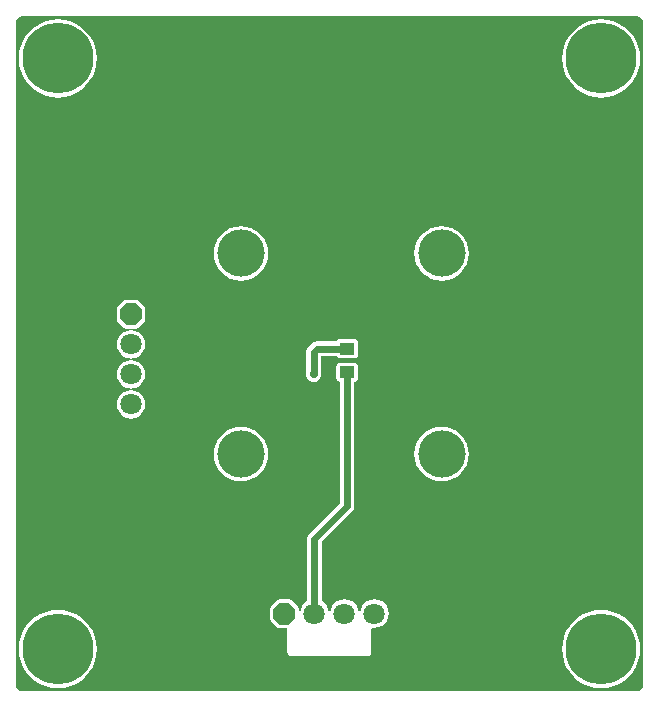
<source format=gtl>
G04 Layer_Physical_Order=1*
G04 Layer_Color=255*
%FSLAX44Y44*%
%MOMM*%
G71*
G01*
G75*
%ADD10R,1.2500X1.0000*%
%ADD11C,0.6000*%
%ADD12C,4.0000*%
%ADD13P,1.9483X8X292.5*%
%ADD14C,1.8000*%
%ADD15P,1.9483X8X22.5*%
%ADD16C,6.0000*%
%ADD17C,0.7000*%
G36*
X537186Y585278D02*
X539040Y584040D01*
X540278Y582186D01*
X540680Y580167D01*
X540646Y580000D01*
Y20000D01*
X540680Y19833D01*
X540278Y17814D01*
X539040Y15960D01*
X537186Y14722D01*
X536199Y14526D01*
X535000Y14354D01*
Y14354D01*
X15000D01*
X14833Y14320D01*
X12814Y14722D01*
X10961Y15960D01*
X9722Y17814D01*
X9526Y18801D01*
X9354Y20000D01*
X9354D01*
Y580000D01*
X9320Y580167D01*
X9722Y582186D01*
X10961Y584040D01*
X12814Y585278D01*
X14833Y585680D01*
X15000Y585646D01*
X535000D01*
X535167Y585680D01*
X537186Y585278D01*
D02*
G37*
%LPC*%
G36*
X200000Y238111D02*
X195491Y237667D01*
X191156Y236352D01*
X187160Y234216D01*
X183658Y231342D01*
X180784Y227840D01*
X178648Y223844D01*
X177333Y219509D01*
X176889Y215000D01*
X177333Y210491D01*
X178648Y206156D01*
X180784Y202160D01*
X183658Y198658D01*
X187160Y195784D01*
X191156Y193648D01*
X195491Y192333D01*
X200000Y191889D01*
X204509Y192333D01*
X208844Y193648D01*
X212840Y195784D01*
X216342Y198658D01*
X219216Y202160D01*
X221352Y206156D01*
X222667Y210491D01*
X223111Y215000D01*
X222667Y219509D01*
X221352Y223844D01*
X219216Y227840D01*
X216342Y231342D01*
X212840Y234216D01*
X208844Y236352D01*
X204509Y237667D01*
X200000Y238111D01*
D02*
G37*
G36*
X370000D02*
X365491Y237667D01*
X361156Y236352D01*
X357160Y234216D01*
X353658Y231342D01*
X350784Y227840D01*
X348648Y223844D01*
X347333Y219509D01*
X346889Y215000D01*
X347333Y210491D01*
X348648Y206156D01*
X350784Y202160D01*
X353658Y198658D01*
X357160Y195784D01*
X361156Y193648D01*
X365491Y192333D01*
X370000Y191889D01*
X374509Y192333D01*
X378844Y193648D01*
X382840Y195784D01*
X386342Y198658D01*
X389216Y202160D01*
X391352Y206156D01*
X392667Y210491D01*
X393111Y215000D01*
X392667Y219509D01*
X391352Y223844D01*
X389216Y227840D01*
X386342Y231342D01*
X382840Y234216D01*
X378844Y236352D01*
X374509Y237667D01*
X370000Y238111D01*
D02*
G37*
G36*
X296300Y292419D02*
X283800D01*
X282630Y292186D01*
X281637Y291523D01*
X280974Y290530D01*
X280741Y289360D01*
Y279360D01*
X280974Y278190D01*
X281637Y277197D01*
X282630Y276534D01*
X283800Y276301D01*
X283932D01*
Y173334D01*
X257974Y147376D01*
X256648Y145391D01*
X256182Y143050D01*
Y90431D01*
X253742Y88559D01*
X251818Y86052D01*
X250609Y83133D01*
X250362Y81255D01*
X249656Y80910D01*
X249029Y80862D01*
X248959Y80944D01*
Y84500D01*
X248959Y84500D01*
X248726Y85670D01*
X248063Y86663D01*
X243563Y91163D01*
X242571Y91826D01*
X241400Y92059D01*
X232400D01*
X232400Y92059D01*
X231229Y91826D01*
X230237Y91163D01*
X225737Y86663D01*
X225074Y85670D01*
X224841Y84500D01*
Y75500D01*
X224841Y75500D01*
X225074Y74330D01*
X225737Y73337D01*
X230237Y68837D01*
X231229Y68174D01*
X232400Y67941D01*
X238833D01*
X239441Y67200D01*
Y47200D01*
X239674Y46029D01*
X240337Y45037D01*
X241329Y44374D01*
X242500Y44141D01*
X307500D01*
X308671Y44374D01*
X309663Y45037D01*
X310326Y46029D01*
X310559Y47200D01*
Y66950D01*
X311352Y68046D01*
X311418Y68118D01*
X313100Y67896D01*
X316233Y68309D01*
X319152Y69518D01*
X321659Y71441D01*
X323582Y73948D01*
X324791Y76867D01*
X325204Y80000D01*
X324791Y83133D01*
X323582Y86052D01*
X321659Y88559D01*
X319152Y90482D01*
X316233Y91691D01*
X313100Y92104D01*
X309967Y91691D01*
X307048Y90482D01*
X304542Y88559D01*
X302618Y86052D01*
X301409Y83133D01*
X301116Y80905D01*
X301040Y80334D01*
X299760D01*
X299685Y80905D01*
X299391Y83133D01*
X298182Y86052D01*
X296259Y88559D01*
X293752Y90482D01*
X290833Y91691D01*
X287700Y92104D01*
X284567Y91691D01*
X281648Y90482D01*
X279142Y88559D01*
X277218Y86052D01*
X276009Y83133D01*
X275716Y80905D01*
X275641Y80334D01*
X274360D01*
X274284Y80905D01*
X273991Y83133D01*
X272782Y86052D01*
X270858Y88559D01*
X268418Y90431D01*
Y140516D01*
X294376Y166474D01*
X295702Y168459D01*
X296168Y170800D01*
Y276301D01*
X296300D01*
X297471Y276534D01*
X298463Y277197D01*
X299126Y278190D01*
X299359Y279360D01*
Y289360D01*
X299126Y290530D01*
X298463Y291523D01*
X297471Y292186D01*
X296300Y292419D01*
D02*
G37*
G36*
X45000Y83102D02*
X39822Y82695D01*
X34771Y81482D01*
X29972Y79494D01*
X25543Y76780D01*
X21593Y73407D01*
X18220Y69457D01*
X15506Y65028D01*
X13518Y60229D01*
X12306Y55178D01*
X11898Y50000D01*
X12306Y44822D01*
X13518Y39771D01*
X15506Y34972D01*
X18220Y30543D01*
X21593Y26593D01*
X25543Y23220D01*
X29972Y20506D01*
X34771Y18518D01*
X39822Y17306D01*
X45000Y16898D01*
X50178Y17306D01*
X55229Y18518D01*
X60028Y20506D01*
X64457Y23220D01*
X68407Y26593D01*
X71780Y30543D01*
X74494Y34972D01*
X76482Y39771D01*
X77695Y44822D01*
X78102Y50000D01*
X77695Y55178D01*
X76482Y60229D01*
X74494Y65028D01*
X71780Y69457D01*
X68407Y73407D01*
X64457Y76780D01*
X60028Y79494D01*
X55229Y81482D01*
X50178Y82695D01*
X45000Y83102D01*
D02*
G37*
G36*
X505000D02*
X499822Y82695D01*
X494771Y81482D01*
X489972Y79494D01*
X485543Y76780D01*
X481593Y73407D01*
X478220Y69457D01*
X475506Y65028D01*
X473518Y60229D01*
X472306Y55178D01*
X471898Y50000D01*
X472306Y44822D01*
X473518Y39771D01*
X475506Y34972D01*
X478220Y30543D01*
X481593Y26593D01*
X485543Y23220D01*
X489972Y20506D01*
X494771Y18518D01*
X499822Y17306D01*
X505000Y16898D01*
X510178Y17306D01*
X515229Y18518D01*
X520028Y20506D01*
X524457Y23220D01*
X528407Y26593D01*
X531780Y30543D01*
X534494Y34972D01*
X536482Y39771D01*
X537695Y44822D01*
X538102Y50000D01*
X537695Y55178D01*
X536482Y60229D01*
X534494Y65028D01*
X531780Y69457D01*
X528407Y73407D01*
X524457Y76780D01*
X520028Y79494D01*
X515229Y81482D01*
X510178Y82695D01*
X505000Y83102D01*
D02*
G37*
G36*
X296300Y312419D02*
X283800D01*
X282630Y312186D01*
X281637Y311523D01*
X280974Y310530D01*
X280964Y310478D01*
X264610D01*
X262269Y310012D01*
X260284Y308686D01*
X257174Y305576D01*
X255848Y303591D01*
X255382Y301250D01*
Y284716D01*
X255167Y284197D01*
X254944Y282500D01*
X255167Y280803D01*
X255822Y279222D01*
X256864Y277864D01*
X258222Y276822D01*
X259803Y276167D01*
X261500Y275944D01*
X263197Y276167D01*
X264778Y276822D01*
X266136Y277864D01*
X267178Y279222D01*
X267833Y280803D01*
X268056Y282500D01*
X267833Y284197D01*
X267617Y284716D01*
Y298242D01*
X280964D01*
X280974Y298190D01*
X281637Y297197D01*
X282630Y296534D01*
X283800Y296301D01*
X296300D01*
X297471Y296534D01*
X298463Y297197D01*
X299126Y298190D01*
X299359Y299360D01*
Y309360D01*
X299126Y310530D01*
X298463Y311523D01*
X297471Y312186D01*
X296300Y312419D01*
D02*
G37*
G36*
X45000Y583102D02*
X39822Y582695D01*
X34771Y581482D01*
X29972Y579494D01*
X25543Y576780D01*
X21593Y573407D01*
X18220Y569457D01*
X15506Y565028D01*
X13518Y560229D01*
X12306Y555178D01*
X11898Y550000D01*
X12306Y544822D01*
X13518Y539771D01*
X15506Y534972D01*
X18220Y530543D01*
X21593Y526593D01*
X25543Y523220D01*
X29972Y520506D01*
X34771Y518518D01*
X39822Y517305D01*
X45000Y516898D01*
X50178Y517305D01*
X55229Y518518D01*
X60028Y520506D01*
X64457Y523220D01*
X68407Y526593D01*
X71780Y530543D01*
X74494Y534972D01*
X76482Y539771D01*
X77695Y544822D01*
X78102Y550000D01*
X77695Y555178D01*
X76482Y560229D01*
X74494Y565028D01*
X71780Y569457D01*
X68407Y573407D01*
X64457Y576780D01*
X60028Y579494D01*
X55229Y581482D01*
X50178Y582695D01*
X45000Y583102D01*
D02*
G37*
G36*
X505000D02*
X499822Y582695D01*
X494771Y581482D01*
X489972Y579494D01*
X485543Y576780D01*
X481593Y573407D01*
X478220Y569457D01*
X475506Y565028D01*
X473518Y560229D01*
X472306Y555178D01*
X471898Y550000D01*
X472306Y544822D01*
X473518Y539771D01*
X475506Y534972D01*
X478220Y530543D01*
X481593Y526593D01*
X485543Y523220D01*
X489972Y520506D01*
X494771Y518518D01*
X499822Y517305D01*
X505000Y516898D01*
X510178Y517305D01*
X515229Y518518D01*
X520028Y520506D01*
X524457Y523220D01*
X528407Y526593D01*
X531780Y530543D01*
X534494Y534972D01*
X536482Y539771D01*
X537695Y544822D01*
X538102Y550000D01*
X537695Y555178D01*
X536482Y560229D01*
X534494Y565028D01*
X531780Y569457D01*
X528407Y573407D01*
X524457Y576780D01*
X520028Y579494D01*
X515229Y581482D01*
X510178Y582695D01*
X505000Y583102D01*
D02*
G37*
G36*
X370000Y408111D02*
X365491Y407667D01*
X361156Y406352D01*
X357160Y404216D01*
X353658Y401342D01*
X350784Y397840D01*
X348648Y393844D01*
X347333Y389509D01*
X346889Y385000D01*
X347333Y380491D01*
X348648Y376156D01*
X350784Y372160D01*
X353658Y368658D01*
X357160Y365784D01*
X361156Y363648D01*
X365491Y362333D01*
X370000Y361889D01*
X374509Y362333D01*
X378844Y363648D01*
X382840Y365784D01*
X386342Y368658D01*
X389216Y372160D01*
X391352Y376156D01*
X392667Y380491D01*
X393111Y385000D01*
X392667Y389509D01*
X391352Y393844D01*
X389216Y397840D01*
X386342Y401342D01*
X382840Y404216D01*
X378844Y406352D01*
X374509Y407667D01*
X370000Y408111D01*
D02*
G37*
G36*
X102500Y345409D02*
X101329Y345176D01*
X100337Y344513D01*
X95837Y340013D01*
X95174Y339021D01*
X94941Y337850D01*
Y328850D01*
X94941Y328850D01*
X95174Y327679D01*
X95837Y326687D01*
X100337Y322187D01*
X101329Y321524D01*
X102500Y321291D01*
X106671D01*
X106755Y320021D01*
X106038Y319927D01*
X103867Y319641D01*
X100948Y318432D01*
X98442Y316509D01*
X96518Y314002D01*
X95309Y311083D01*
X94896Y307950D01*
X95309Y304817D01*
X96518Y301898D01*
X98442Y299391D01*
X100948Y297468D01*
X103867Y296259D01*
X106095Y295966D01*
X106666Y295890D01*
Y294610D01*
X106096Y294534D01*
X103867Y294241D01*
X100948Y293032D01*
X98442Y291108D01*
X96518Y288602D01*
X95309Y285683D01*
X94896Y282550D01*
X95309Y279417D01*
X96518Y276498D01*
X98442Y273992D01*
X100948Y272068D01*
X103867Y270859D01*
X106095Y270566D01*
X106666Y270490D01*
Y269210D01*
X106096Y269134D01*
X103867Y268841D01*
X100948Y267632D01*
X98442Y265709D01*
X96518Y263202D01*
X95309Y260283D01*
X94896Y257150D01*
X95309Y254017D01*
X96518Y251098D01*
X98442Y248591D01*
X100948Y246668D01*
X103867Y245459D01*
X107000Y245047D01*
X110133Y245459D01*
X113052Y246668D01*
X115559Y248591D01*
X117482Y251098D01*
X118691Y254017D01*
X119104Y257150D01*
X118691Y260283D01*
X117482Y263202D01*
X115559Y265709D01*
X113052Y267632D01*
X110133Y268841D01*
X107905Y269134D01*
X107334Y269210D01*
Y270490D01*
X107905Y270566D01*
X110133Y270859D01*
X113052Y272068D01*
X115559Y273992D01*
X117482Y276498D01*
X118691Y279417D01*
X119104Y282550D01*
X118691Y285683D01*
X117482Y288602D01*
X115559Y291108D01*
X113052Y293032D01*
X110133Y294241D01*
X107905Y294534D01*
X107334Y294610D01*
Y295890D01*
X107905Y295966D01*
X110133Y296259D01*
X113052Y297468D01*
X115559Y299391D01*
X117482Y301898D01*
X118691Y304817D01*
X119104Y307950D01*
X118691Y311083D01*
X117482Y314002D01*
X115559Y316509D01*
X113052Y318432D01*
X110133Y319641D01*
X107962Y319927D01*
X107245Y320021D01*
X107329Y321291D01*
X111500D01*
X111500Y321291D01*
X112671Y321524D01*
X113663Y322187D01*
X118163Y326687D01*
X118826Y327679D01*
X119059Y328850D01*
Y337850D01*
X119059Y337850D01*
X118826Y339021D01*
X118163Y340013D01*
X113663Y344513D01*
X112671Y345176D01*
X111500Y345409D01*
X102500D01*
X102500Y345409D01*
D02*
G37*
G36*
X200000Y408111D02*
X195491Y407667D01*
X191156Y406352D01*
X187160Y404216D01*
X183658Y401342D01*
X180784Y397840D01*
X178648Y393844D01*
X177333Y389509D01*
X176889Y385000D01*
X177333Y380491D01*
X178648Y376156D01*
X180784Y372160D01*
X183658Y368658D01*
X187160Y365784D01*
X191156Y363648D01*
X195491Y362333D01*
X200000Y361889D01*
X204509Y362333D01*
X208844Y363648D01*
X212840Y365784D01*
X216342Y368658D01*
X219216Y372160D01*
X221352Y376156D01*
X222667Y380491D01*
X223111Y385000D01*
X222667Y389509D01*
X221352Y393844D01*
X219216Y397840D01*
X216342Y401342D01*
X212840Y404216D01*
X208844Y406352D01*
X204509Y407667D01*
X200000Y408111D01*
D02*
G37*
%LPD*%
D10*
X290050Y284360D02*
D03*
Y304360D02*
D03*
D11*
X262300Y80000D02*
Y143050D01*
X290050Y170800D01*
Y284360D01*
X264610Y304360D02*
X290050D01*
X261500Y301250D02*
X264610Y304360D01*
X261500Y282500D02*
Y301250D01*
D12*
X370000Y215000D02*
D03*
Y385000D02*
D03*
X200000D02*
D03*
Y215000D02*
D03*
D13*
X107000Y333350D02*
D03*
D14*
Y307950D02*
D03*
Y282550D02*
D03*
Y257150D02*
D03*
X313100Y80000D02*
D03*
X287700D02*
D03*
X262300D02*
D03*
D15*
X236900D02*
D03*
D16*
X505000Y550000D02*
D03*
X45000D02*
D03*
Y50000D02*
D03*
X505000D02*
D03*
D17*
X261500Y282500D02*
D03*
M02*

</source>
